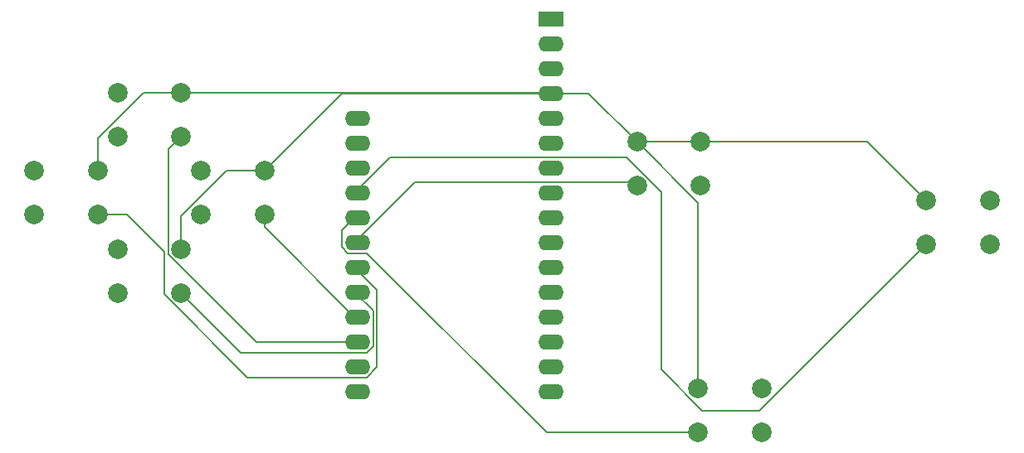
<source format=gbr>
%TF.GenerationSoftware,KiCad,Pcbnew,9.0.6*%
%TF.CreationDate,2025-11-30T22:40:07-05:00*%
%TF.ProjectId,BMO_Controller_PCB,424d4f5f-436f-46e7-9472-6f6c6c65725f,rev?*%
%TF.SameCoordinates,Original*%
%TF.FileFunction,Copper,L1,Top*%
%TF.FilePolarity,Positive*%
%FSLAX46Y46*%
G04 Gerber Fmt 4.6, Leading zero omitted, Abs format (unit mm)*
G04 Created by KiCad (PCBNEW 9.0.6) date 2025-11-30 22:40:07*
%MOMM*%
%LPD*%
G01*
G04 APERTURE LIST*
G04 Aperture macros list*
%AMRoundRect*
0 Rectangle with rounded corners*
0 $1 Rounding radius*
0 $2 $3 $4 $5 $6 $7 $8 $9 X,Y pos of 4 corners*
0 Add a 4 corners polygon primitive as box body*
4,1,4,$2,$3,$4,$5,$6,$7,$8,$9,$2,$3,0*
0 Add four circle primitives for the rounded corners*
1,1,$1+$1,$2,$3*
1,1,$1+$1,$4,$5*
1,1,$1+$1,$6,$7*
1,1,$1+$1,$8,$9*
0 Add four rect primitives between the rounded corners*
20,1,$1+$1,$2,$3,$4,$5,0*
20,1,$1+$1,$4,$5,$6,$7,0*
20,1,$1+$1,$6,$7,$8,$9,0*
20,1,$1+$1,$8,$9,$2,$3,0*%
G04 Aperture macros list end*
%TA.AperFunction,ComponentPad*%
%ADD10C,2.000000*%
%TD*%
%TA.AperFunction,ComponentPad*%
%ADD11RoundRect,0.250000X1.050000X0.550000X-1.050000X0.550000X-1.050000X-0.550000X1.050000X-0.550000X0*%
%TD*%
%TA.AperFunction,ComponentPad*%
%ADD12O,2.600000X1.600000*%
%TD*%
%TA.AperFunction,Conductor*%
%ADD13C,0.200000*%
%TD*%
G04 APERTURE END LIST*
D10*
%TO.P,SW7,1,1*%
%TO.N,GND*%
X179500000Y-88000000D03*
X186000000Y-88000000D03*
%TO.P,SW7,2,2*%
%TO.N,/Btn_Circle*%
X179500000Y-92500000D03*
X186000000Y-92500000D03*
%TD*%
%TO.P,SW4,1,1*%
%TO.N,GND*%
X88500000Y-85000000D03*
X95000000Y-85000000D03*
%TO.P,SW4,2,2*%
%TO.N,/Btn_Left*%
X88500000Y-89500000D03*
X95000000Y-89500000D03*
%TD*%
%TO.P,SW2,1,1*%
%TO.N,GND*%
X105500000Y-85000000D03*
X112000000Y-85000000D03*
%TO.P,SW2,2,2*%
%TO.N,/Btn_Right*%
X105500000Y-89500000D03*
X112000000Y-89500000D03*
%TD*%
%TO.P,SW3,1,1*%
%TO.N,GND*%
X97000000Y-93000000D03*
X103500000Y-93000000D03*
%TO.P,SW3,2,2*%
%TO.N,/Btn_Down*%
X97000000Y-97500000D03*
X103500000Y-97500000D03*
%TD*%
%TO.P,SW6,1,1*%
%TO.N,GND*%
X156250000Y-107250000D03*
X162750000Y-107250000D03*
%TO.P,SW6,2,2*%
%TO.N,/Btn_Sm_Circle*%
X156250000Y-111750000D03*
X162750000Y-111750000D03*
%TD*%
%TO.P,SW5,1,1*%
%TO.N,GND*%
X150000000Y-82000000D03*
X156500000Y-82000000D03*
%TO.P,SW5,2,2*%
%TO.N,/Btn_Triangle*%
X150000000Y-86500000D03*
X156500000Y-86500000D03*
%TD*%
%TO.P,SW1,1,1*%
%TO.N,GND*%
X97000000Y-77000000D03*
X103500000Y-77000000D03*
%TO.P,SW1,2,2*%
%TO.N,/Btn_Up*%
X97000000Y-81500000D03*
X103500000Y-81500000D03*
%TD*%
D11*
%TO.P,A1,1,~{RESET}*%
%TO.N,unconnected-(A1-~{RESET}-Pad1)*%
X141200000Y-69460000D03*
D12*
%TO.P,A1,2,3V3*%
%TO.N,unconnected-(A1-3V3-Pad2)*%
X141200000Y-72000000D03*
%TO.P,A1,3,AREF*%
%TO.N,unconnected-(A1-AREF-Pad3)*%
X141200000Y-74540000D03*
%TO.P,A1,4,GND*%
%TO.N,GND*%
X141200000Y-77080000D03*
%TO.P,A1,5,A0*%
%TO.N,unconnected-(A1-A0-Pad5)*%
X141200000Y-79620000D03*
%TO.P,A1,6,A1*%
%TO.N,unconnected-(A1-A1-Pad6)*%
X141200000Y-82160000D03*
%TO.P,A1,7,A2*%
%TO.N,unconnected-(A1-A2-Pad7)*%
X141200000Y-84700000D03*
%TO.P,A1,8,A3*%
%TO.N,unconnected-(A1-A3-Pad8)*%
X141200000Y-87240000D03*
%TO.P,A1,9,A4*%
%TO.N,unconnected-(A1-A4-Pad9)*%
X141200000Y-89780000D03*
%TO.P,A1,10,A5*%
%TO.N,unconnected-(A1-A5-Pad10)*%
X141200000Y-92320000D03*
%TO.P,A1,11,SCK*%
%TO.N,unconnected-(A1-SCK-Pad11)*%
X141200000Y-94860000D03*
%TO.P,A1,12,MOSI*%
%TO.N,unconnected-(A1-MOSI-Pad12)*%
X141200000Y-97400000D03*
%TO.P,A1,13,MISO*%
%TO.N,unconnected-(A1-MISO-Pad13)*%
X141200000Y-99940000D03*
%TO.P,A1,14,RX*%
%TO.N,unconnected-(A1-RX-Pad14)*%
X141200000Y-102480000D03*
%TO.P,A1,15,TX*%
%TO.N,unconnected-(A1-TX-Pad15)*%
X141200000Y-105020000D03*
%TO.P,A1,16,SPARE*%
%TO.N,unconnected-(A1-SPARE-Pad16)*%
X141200000Y-107560000D03*
%TO.P,A1,17,SDA*%
%TO.N,unconnected-(A1-SDA-Pad17)*%
X121480000Y-107560000D03*
%TO.P,A1,18,SCL*%
%TO.N,unconnected-(A1-SCL-Pad18)*%
X121480000Y-105020000D03*
%TO.P,A1,19,D0*%
%TO.N,/Btn_Up*%
X121480000Y-102480000D03*
%TO.P,A1,20,D1*%
%TO.N,/Btn_Right*%
X121480000Y-99940000D03*
%TO.P,A1,21,D2*%
%TO.N,/Btn_Down*%
X121480000Y-97400000D03*
%TO.P,A1,22,D3*%
%TO.N,/Btn_Left*%
X121480000Y-94860000D03*
%TO.P,A1,23,D4*%
%TO.N,/Btn_Triangle*%
X121480000Y-92320000D03*
%TO.P,A1,24,D5*%
%TO.N,/Btn_Sm_Circle*%
X121480000Y-89780000D03*
%TO.P,A1,25,D6*%
%TO.N,/Btn_Circle*%
X121480000Y-87240000D03*
%TO.P,A1,26,USB*%
%TO.N,unconnected-(A1-USB-Pad26)*%
X121480000Y-84700000D03*
%TO.P,A1,27,EN*%
%TO.N,unconnected-(A1-EN-Pad27)*%
X121480000Y-82160000D03*
%TO.P,A1,28,VBAT*%
%TO.N,unconnected-(A1-VBAT-Pad28)*%
X121480000Y-79620000D03*
%TD*%
D13*
%TO.N,/Btn_Sm_Circle*%
X119879000Y-92776049D02*
X119879000Y-91081000D01*
X140765049Y-111750000D02*
X122436049Y-93421000D01*
X122436049Y-93421000D02*
X120523951Y-93421000D01*
X119879000Y-91081000D02*
X121180000Y-89780000D01*
X156250000Y-111750000D02*
X140765049Y-111750000D01*
X120523951Y-93421000D02*
X119879000Y-92776049D01*
%TO.N,/Btn_Triangle*%
X127361000Y-86139000D02*
X121180000Y-92320000D01*
X149639000Y-86139000D02*
X127361000Y-86139000D01*
X150000000Y-86500000D02*
X149639000Y-86139000D01*
%TO.N,/Btn_Right*%
X112000000Y-90760000D02*
X121180000Y-99940000D01*
X112000000Y-89500000D02*
X112000000Y-90760000D01*
%TO.N,/Btn_Up*%
X102199000Y-82801000D02*
X102199000Y-93538892D01*
X111140108Y-102480000D02*
X121180000Y-102480000D01*
X103500000Y-81500000D02*
X102199000Y-82801000D01*
X102199000Y-93538892D02*
X111140108Y-102480000D01*
%TO.N,/Btn_Left*%
X101798000Y-93298000D02*
X101798000Y-97637892D01*
X123482000Y-105075049D02*
X123482000Y-97162000D01*
X122436049Y-106121000D02*
X123482000Y-105075049D01*
X98000000Y-89500000D02*
X101798000Y-93298000D01*
X123482000Y-97162000D02*
X121180000Y-94860000D01*
X110281108Y-106121000D02*
X122436049Y-106121000D01*
X101798000Y-97637892D02*
X110281108Y-106121000D01*
X95000000Y-89500000D02*
X98000000Y-89500000D01*
%TO.N,/Btn_Circle*%
X148938892Y-83599000D02*
X124821000Y-83599000D01*
X152500000Y-87160108D02*
X148938892Y-83599000D01*
X162500000Y-109500000D02*
X156660108Y-109500000D01*
X124821000Y-83599000D02*
X121180000Y-87240000D01*
X156660108Y-109500000D02*
X152500000Y-105339892D01*
X152500000Y-105339892D02*
X152500000Y-87160108D01*
X179500000Y-92500000D02*
X162500000Y-109500000D01*
%TO.N,/Btn_Down*%
X122436049Y-103581000D02*
X123081000Y-102936049D01*
X109581000Y-103581000D02*
X122436049Y-103581000D01*
X103500000Y-97500000D02*
X109581000Y-103581000D01*
X123081000Y-102936049D02*
X123081000Y-99301000D01*
X123081000Y-99301000D02*
X121180000Y-97400000D01*
%TO.N,GND*%
X156250000Y-88250000D02*
X150000000Y-82000000D01*
X112000000Y-85000000D02*
X119920000Y-77080000D01*
X108160108Y-85000000D02*
X112000000Y-85000000D01*
X103500000Y-93000000D02*
X103500000Y-89660108D01*
X145080000Y-77080000D02*
X141500000Y-77080000D01*
X150000000Y-82000000D02*
X145080000Y-77080000D01*
X173500000Y-82000000D02*
X150000000Y-82000000D01*
X99660108Y-77000000D02*
X103500000Y-77000000D01*
X141420000Y-77000000D02*
X141500000Y-77080000D01*
X111000000Y-77000000D02*
X141420000Y-77000000D01*
X156250000Y-107250000D02*
X156250000Y-88250000D01*
X179500000Y-88000000D02*
X173500000Y-82000000D01*
X95000000Y-81660108D02*
X99660108Y-77000000D01*
X119920000Y-77080000D02*
X141500000Y-77080000D01*
X95000000Y-85000000D02*
X95000000Y-81660108D01*
X103500000Y-77000000D02*
X111000000Y-77000000D01*
X103500000Y-89660108D02*
X108160108Y-85000000D01*
%TD*%
M02*

</source>
